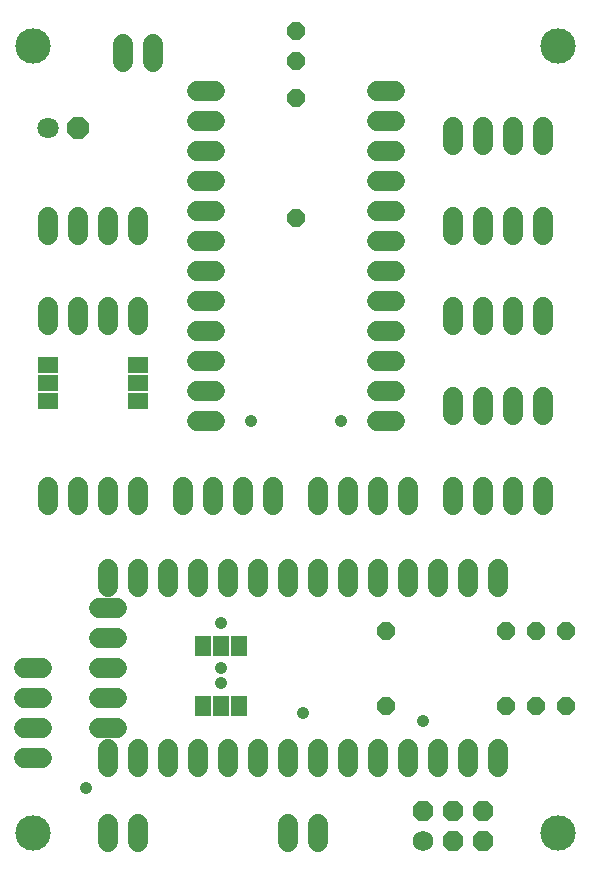
<source format=gbr>
G04 EAGLE Gerber RS-274X export*
G75*
%MOMM*%
%FSLAX34Y34*%
%LPD*%
%INSoldermask Bottom*%
%IPPOS*%
%AMOC8*
5,1,8,0,0,1.08239X$1,22.5*%
G01*
%ADD10C,1.727200*%
%ADD11C,1.711200*%
%ADD12C,3.003200*%
%ADD13P,1.649562X8X202.500000*%
%ADD14P,1.649562X8X22.500000*%
%ADD15P,1.649562X8X112.500000*%
%ADD16P,1.951982X8X22.500000*%
%ADD17C,1.803400*%
%ADD18C,1.727200*%
%ADD19P,1.869504X8X22.500000*%
%ADD20P,1.649562X8X292.500000*%
%ADD21R,1.803400X1.371600*%
%ADD22R,1.371600X1.803400*%
%ADD23C,1.059600*%


D10*
X431800Y261620D02*
X431800Y246380D01*
X406400Y246380D02*
X406400Y261620D01*
X381000Y261620D02*
X381000Y246380D01*
X355600Y246380D02*
X355600Y261620D01*
X330200Y261620D02*
X330200Y246380D01*
X304800Y246380D02*
X304800Y261620D01*
X279400Y261620D02*
X279400Y246380D01*
X254000Y246380D02*
X254000Y261620D01*
X228600Y261620D02*
X228600Y246380D01*
X203200Y246380D02*
X203200Y261620D01*
X177800Y261620D02*
X177800Y246380D01*
X152400Y246380D02*
X152400Y261620D01*
X127000Y261620D02*
X127000Y246380D01*
X101600Y246380D02*
X101600Y261620D01*
X431800Y109220D02*
X431800Y93980D01*
X406400Y93980D02*
X406400Y109220D01*
X381000Y109220D02*
X381000Y93980D01*
X355600Y93980D02*
X355600Y109220D01*
X330200Y109220D02*
X330200Y93980D01*
X304800Y93980D02*
X304800Y109220D01*
X279400Y109220D02*
X279400Y93980D01*
X254000Y93980D02*
X254000Y109220D01*
X228600Y109220D02*
X228600Y93980D01*
X203200Y93980D02*
X203200Y109220D01*
X177800Y109220D02*
X177800Y93980D01*
X152400Y93980D02*
X152400Y109220D01*
X127000Y109220D02*
X127000Y93980D01*
X101600Y93980D02*
X101600Y109220D01*
X93980Y228600D02*
X109220Y228600D01*
X109220Y203200D02*
X93980Y203200D01*
X93980Y177800D02*
X109220Y177800D01*
X109220Y152400D02*
X93980Y152400D01*
X93980Y127000D02*
X109220Y127000D01*
X328930Y666750D02*
X344170Y666750D01*
X344170Y641350D02*
X328930Y641350D01*
X328930Y615950D02*
X344170Y615950D01*
X344170Y590550D02*
X328930Y590550D01*
X328930Y565150D02*
X344170Y565150D01*
X344170Y539750D02*
X328930Y539750D01*
X328930Y514350D02*
X344170Y514350D01*
X344170Y488950D02*
X328930Y488950D01*
X328930Y463550D02*
X344170Y463550D01*
X344170Y438150D02*
X328930Y438150D01*
X328930Y412750D02*
X344170Y412750D01*
X344170Y387350D02*
X328930Y387350D01*
X191770Y666750D02*
X176530Y666750D01*
X176530Y641350D02*
X191770Y641350D01*
X191770Y615950D02*
X176530Y615950D01*
X176530Y590550D02*
X191770Y590550D01*
X191770Y565150D02*
X176530Y565150D01*
X176530Y539750D02*
X191770Y539750D01*
X191770Y514350D02*
X176530Y514350D01*
X176530Y488950D02*
X191770Y488950D01*
X191770Y463550D02*
X176530Y463550D01*
X176530Y438150D02*
X191770Y438150D01*
X191770Y412750D02*
X176530Y412750D01*
X176530Y387350D02*
X191770Y387350D01*
D11*
X127000Y331390D02*
X127000Y316310D01*
X101600Y316310D02*
X101600Y331390D01*
X76200Y331390D02*
X76200Y316310D01*
X50800Y316310D02*
X50800Y331390D01*
X241300Y331390D02*
X241300Y316310D01*
X215900Y316310D02*
X215900Y331390D01*
X190500Y331390D02*
X190500Y316310D01*
X165100Y316310D02*
X165100Y331390D01*
X355600Y331390D02*
X355600Y316310D01*
X330200Y316310D02*
X330200Y331390D01*
X304800Y331390D02*
X304800Y316310D01*
X279400Y316310D02*
X279400Y331390D01*
X469900Y331390D02*
X469900Y316310D01*
X444500Y316310D02*
X444500Y331390D01*
X419100Y331390D02*
X419100Y316310D01*
X393700Y316310D02*
X393700Y331390D01*
X469900Y392510D02*
X469900Y407590D01*
X444500Y407590D02*
X444500Y392510D01*
X419100Y392510D02*
X419100Y407590D01*
X393700Y407590D02*
X393700Y392510D01*
X469900Y468710D02*
X469900Y483790D01*
X444500Y483790D02*
X444500Y468710D01*
X419100Y468710D02*
X419100Y483790D01*
X393700Y483790D02*
X393700Y468710D01*
X469900Y544910D02*
X469900Y559990D01*
X444500Y559990D02*
X444500Y544910D01*
X419100Y544910D02*
X419100Y559990D01*
X393700Y559990D02*
X393700Y544910D01*
X469900Y621110D02*
X469900Y636190D01*
X444500Y636190D02*
X444500Y621110D01*
X419100Y621110D02*
X419100Y636190D01*
X393700Y636190D02*
X393700Y621110D01*
X127000Y483790D02*
X127000Y468710D01*
X101600Y468710D02*
X101600Y483790D01*
X76200Y483790D02*
X76200Y468710D01*
X50800Y468710D02*
X50800Y483790D01*
X127000Y544910D02*
X127000Y559990D01*
X101600Y559990D02*
X101600Y544910D01*
X76200Y544910D02*
X76200Y559990D01*
X50800Y559990D02*
X50800Y544910D01*
X45640Y177800D02*
X30560Y177800D01*
X30560Y152400D02*
X45640Y152400D01*
X45640Y127000D02*
X30560Y127000D01*
X30560Y101600D02*
X45640Y101600D01*
X139700Y690960D02*
X139700Y706040D01*
X114300Y706040D02*
X114300Y690960D01*
D12*
X482600Y38100D03*
X38100Y704850D03*
X482600Y704850D03*
X38100Y38100D03*
D13*
X488950Y146050D03*
X463550Y146050D03*
X488950Y209550D03*
X463550Y209550D03*
D11*
X101600Y45640D02*
X101600Y30560D01*
X127000Y30560D02*
X127000Y45640D01*
X254000Y45640D02*
X254000Y30560D01*
X279400Y30560D02*
X279400Y45640D01*
D14*
X336550Y146050D03*
X438150Y146050D03*
D15*
X260350Y558800D03*
X260350Y660400D03*
D14*
X336550Y209550D03*
X438150Y209550D03*
D16*
X76200Y635000D03*
D17*
X50800Y635000D03*
D18*
X368300Y31750D03*
D19*
X393700Y31750D03*
X419100Y31750D03*
X368300Y57150D03*
X393700Y57150D03*
X419100Y57150D03*
D20*
X260350Y717550D03*
X260350Y692150D03*
D21*
X50800Y434340D03*
X50800Y419100D03*
X50800Y403860D03*
X127000Y434340D03*
X127000Y419100D03*
X127000Y403860D03*
D22*
X212090Y196850D03*
X196850Y196850D03*
X181610Y196850D03*
X212090Y146050D03*
X196850Y146050D03*
X181610Y146050D03*
D23*
X82550Y76200D03*
X266700Y139700D03*
X368300Y133350D03*
X196850Y215900D03*
X222250Y387350D03*
X298450Y387350D03*
X196850Y177800D03*
X196850Y165100D03*
M02*

</source>
